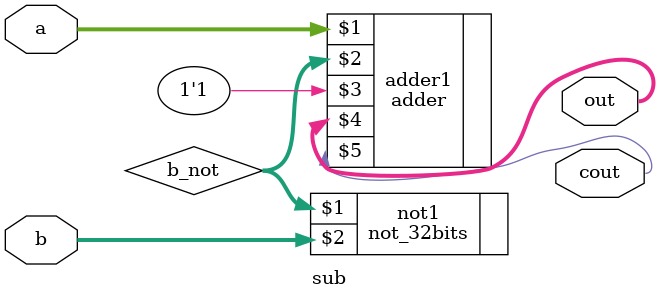
<source format=v>
module sub (input signed [31:0] a, input signed [31:0] b, output signed [31:0] out, output cout);
wire [31:0] b_not;

// 32 Bits subtractor design using the adder I designed.
// a + NOT(b) + 1 = a - b (2s complement)

not_32bits not1(b_not, b);


adder adder1(a, b_not, 1'b1, out, cout); // out = a + b_not + 1


endmodule
</source>
